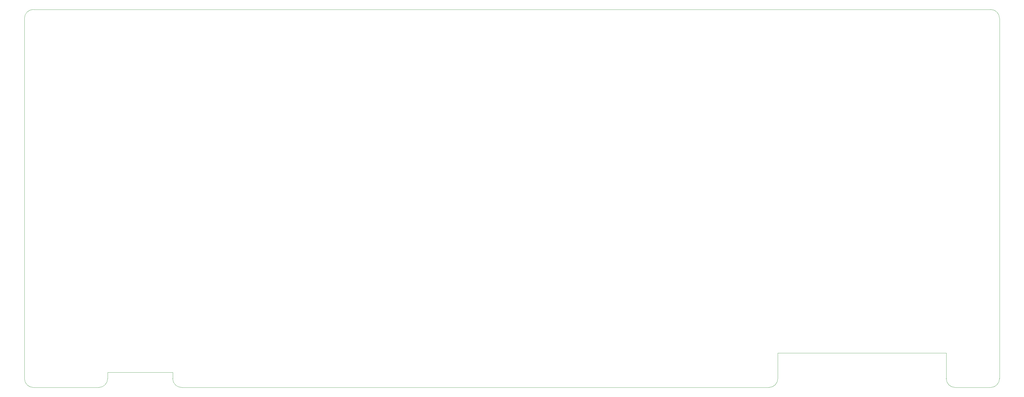
<source format=gbr>
%TF.GenerationSoftware,KiCad,Pcbnew,(5.1.9)-1*%
%TF.CreationDate,2021-05-03T00:03:20-07:00*%
%TF.ProjectId,Atari130MX,41746172-6931-4333-904d-582e6b696361,rev?*%
%TF.SameCoordinates,Original*%
%TF.FileFunction,Profile,NP*%
%FSLAX46Y46*%
G04 Gerber Fmt 4.6, Leading zero omitted, Abs format (unit mm)*
G04 Created by KiCad (PCBNEW (5.1.9)-1) date 2021-05-03 00:03:20*
%MOMM*%
%LPD*%
G01*
G04 APERTURE LIST*
%TA.AperFunction,Profile*%
%ADD10C,0.050000*%
%TD*%
G04 APERTURE END LIST*
D10*
X336130000Y-150160000D02*
X348060000Y-150160000D01*
X333130000Y-147160000D02*
G75*
G03*
X336130000Y-150160000I3000000J0D01*
G01*
X276440000Y-138530000D02*
X276440000Y-147160000D01*
X333130000Y-138530000D02*
X333130000Y-147160000D01*
X276440000Y-138530000D02*
X333130000Y-138530000D01*
X276440000Y-147160000D02*
G75*
G02*
X273440000Y-150160000I-3000000J0D01*
G01*
X75760000Y-150160000D02*
X273440000Y-150160000D01*
X72760000Y-145060000D02*
X72760000Y-147160000D01*
X72760000Y-147160000D02*
G75*
G03*
X75760000Y-150160000I3000000J0D01*
G01*
X50860000Y-145060000D02*
X72760000Y-145060000D01*
X50860000Y-145060000D02*
X50860000Y-147160000D01*
X50860000Y-147160000D02*
G75*
G02*
X47860000Y-150160000I-3000000J0D01*
G01*
X25860000Y-150160000D02*
X47860000Y-150160000D01*
X351060000Y-147160000D02*
G75*
G02*
X348060000Y-150160000I-3000000J0D01*
G01*
X348060000Y-22860000D02*
G75*
G02*
X351060000Y-25860000I0J-3000000D01*
G01*
X25860000Y-150160000D02*
G75*
G02*
X22860000Y-147160000I0J3000000D01*
G01*
X22860000Y-25860000D02*
G75*
G02*
X25860000Y-22860000I3000000J0D01*
G01*
X351060000Y-25860000D02*
X351060000Y-147160000D01*
X25860000Y-22860000D02*
X348060000Y-22860000D01*
X22860000Y-25860000D02*
X22860000Y-147160000D01*
M02*

</source>
